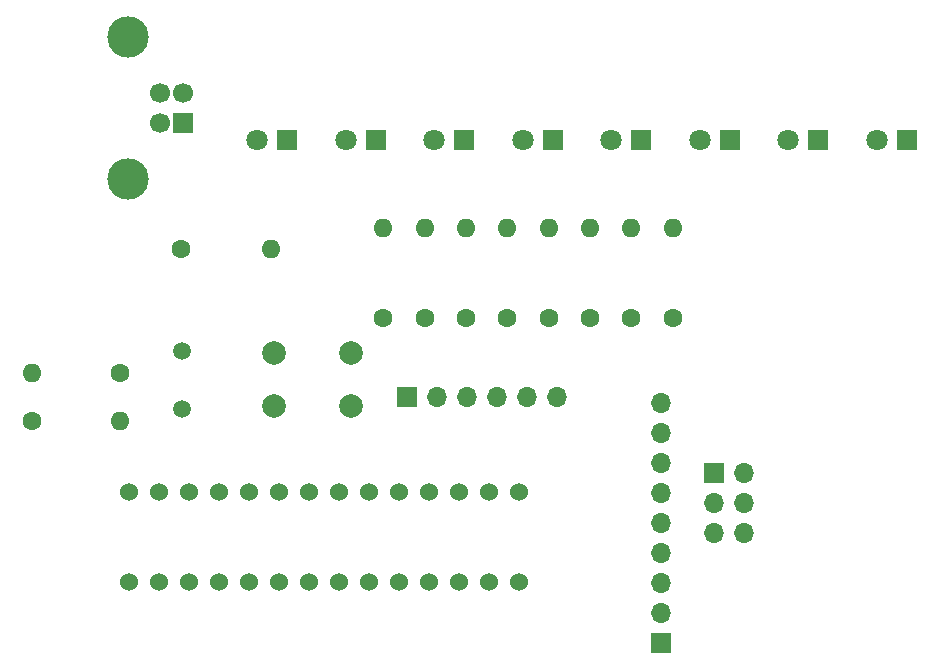
<source format=gbr>
%TF.GenerationSoftware,KiCad,Pcbnew,8.0.3*%
%TF.CreationDate,2024-06-16T11:30:52+03:00*%
%TF.ProjectId,AtmegaPCB,41746d65-6761-4504-9342-2e6b69636164,rev?*%
%TF.SameCoordinates,Original*%
%TF.FileFunction,Soldermask,Bot*%
%TF.FilePolarity,Negative*%
%FSLAX46Y46*%
G04 Gerber Fmt 4.6, Leading zero omitted, Abs format (unit mm)*
G04 Created by KiCad (PCBNEW 8.0.3) date 2024-06-16 11:30:52*
%MOMM*%
%LPD*%
G01*
G04 APERTURE LIST*
%ADD10C,1.600000*%
%ADD11O,1.600000X1.600000*%
%ADD12R,1.800000X1.800000*%
%ADD13C,1.800000*%
%ADD14R,1.700000X1.700000*%
%ADD15O,1.700000X1.700000*%
%ADD16C,1.524000*%
%ADD17C,2.000000*%
%ADD18C,1.500000*%
%ADD19C,1.700000*%
%ADD20C,3.500000*%
G04 APERTURE END LIST*
D10*
%TO.C,C1*%
X114250000Y-116000000D03*
D11*
X106750000Y-116000000D03*
%TD*%
D12*
%TO.C,D1*%
X180852500Y-96225000D03*
D13*
X178312500Y-96225000D03*
%TD*%
D10*
%TO.C,R9*%
X119380000Y-105500000D03*
D11*
X127000000Y-105500000D03*
%TD*%
D12*
%TO.C,D5*%
X150852500Y-96225000D03*
D13*
X148312500Y-96225000D03*
%TD*%
D10*
%TO.C,R2*%
X157500000Y-111310000D03*
D11*
X157500000Y-103690000D03*
%TD*%
D10*
%TO.C,R4*%
X150500000Y-111310000D03*
D11*
X150500000Y-103690000D03*
%TD*%
D10*
%TO.C,R3*%
X154000000Y-111310000D03*
D11*
X154000000Y-103690000D03*
%TD*%
D14*
%TO.C,J4*%
X160000000Y-138820000D03*
D15*
X160000000Y-136280000D03*
X160000000Y-133740000D03*
X160000000Y-131200000D03*
X160000000Y-128660000D03*
X160000000Y-126120000D03*
X160000000Y-123580000D03*
X160000000Y-121040000D03*
X160000000Y-118500000D03*
%TD*%
D16*
%TO.C,U1*%
X115000000Y-133620000D03*
X117540000Y-133620000D03*
X120080000Y-133620000D03*
X122620000Y-133620000D03*
X125160000Y-133620000D03*
X127700000Y-133620000D03*
X130240000Y-133620000D03*
X132780000Y-133620000D03*
X135320000Y-133620000D03*
X137860000Y-133620000D03*
X140400000Y-133620000D03*
X142940000Y-133620000D03*
X145480000Y-133620000D03*
X148020000Y-133620000D03*
X148020000Y-126000000D03*
X145480000Y-126000000D03*
X142940000Y-126000000D03*
X140400000Y-126000000D03*
X137860000Y-126000000D03*
X135320000Y-126000000D03*
X132780000Y-126000000D03*
X130240000Y-126000000D03*
X127700000Y-126000000D03*
X125160000Y-126000000D03*
X122620000Y-126000000D03*
X120080000Y-126000000D03*
X117540000Y-126000000D03*
X115000000Y-126000000D03*
%TD*%
D14*
%TO.C,ISP*%
X164500000Y-124460000D03*
D15*
X167040000Y-124460000D03*
X164500000Y-127000000D03*
X167040000Y-127000000D03*
X164500000Y-129540000D03*
X167040000Y-129540000D03*
%TD*%
D12*
%TO.C,D7*%
X135852500Y-96225000D03*
D13*
X133312500Y-96225000D03*
%TD*%
D10*
%TO.C,R8*%
X136500000Y-111310000D03*
D11*
X136500000Y-103690000D03*
%TD*%
D10*
%TO.C,R5*%
X147000000Y-111310000D03*
D11*
X147000000Y-103690000D03*
%TD*%
D12*
%TO.C,D4*%
X158352500Y-96225000D03*
D13*
X155812500Y-96225000D03*
%TD*%
D17*
%TO.C,RESET*%
X127250000Y-114250000D03*
X133750000Y-114250000D03*
X127250000Y-118750000D03*
X133750000Y-118750000D03*
%TD*%
D10*
%TO.C,R6*%
X143500000Y-111310000D03*
D11*
X143500000Y-103690000D03*
%TD*%
D12*
%TO.C,D3*%
X165852500Y-96225000D03*
D13*
X163312500Y-96225000D03*
%TD*%
D14*
%TO.C,J2*%
X138500000Y-118000000D03*
D15*
X141040000Y-118000000D03*
X143580000Y-118000000D03*
X146120000Y-118000000D03*
X148660000Y-118000000D03*
X151200000Y-118000000D03*
%TD*%
D18*
%TO.C,Y1*%
X119500000Y-119000000D03*
X119500000Y-114120000D03*
%TD*%
D12*
%TO.C,D8*%
X128352500Y-96225000D03*
D13*
X125812500Y-96225000D03*
%TD*%
D12*
%TO.C,D2*%
X173352500Y-96225000D03*
D13*
X170812500Y-96225000D03*
%TD*%
D10*
%TO.C,R7*%
X140000000Y-111310000D03*
D11*
X140000000Y-103690000D03*
%TD*%
D10*
%TO.C,C2*%
X106750000Y-120000000D03*
D11*
X114250000Y-120000000D03*
%TD*%
D14*
%TO.C,J3*%
X119577500Y-94750000D03*
D19*
X119577500Y-92250000D03*
X117577500Y-92250000D03*
X117577500Y-94750000D03*
D20*
X114867500Y-99520000D03*
X114867500Y-87480000D03*
%TD*%
D10*
%TO.C,R1*%
X161000000Y-111310000D03*
D11*
X161000000Y-103690000D03*
%TD*%
D12*
%TO.C,D6*%
X143352500Y-96225000D03*
D13*
X140812500Y-96225000D03*
%TD*%
M02*

</source>
